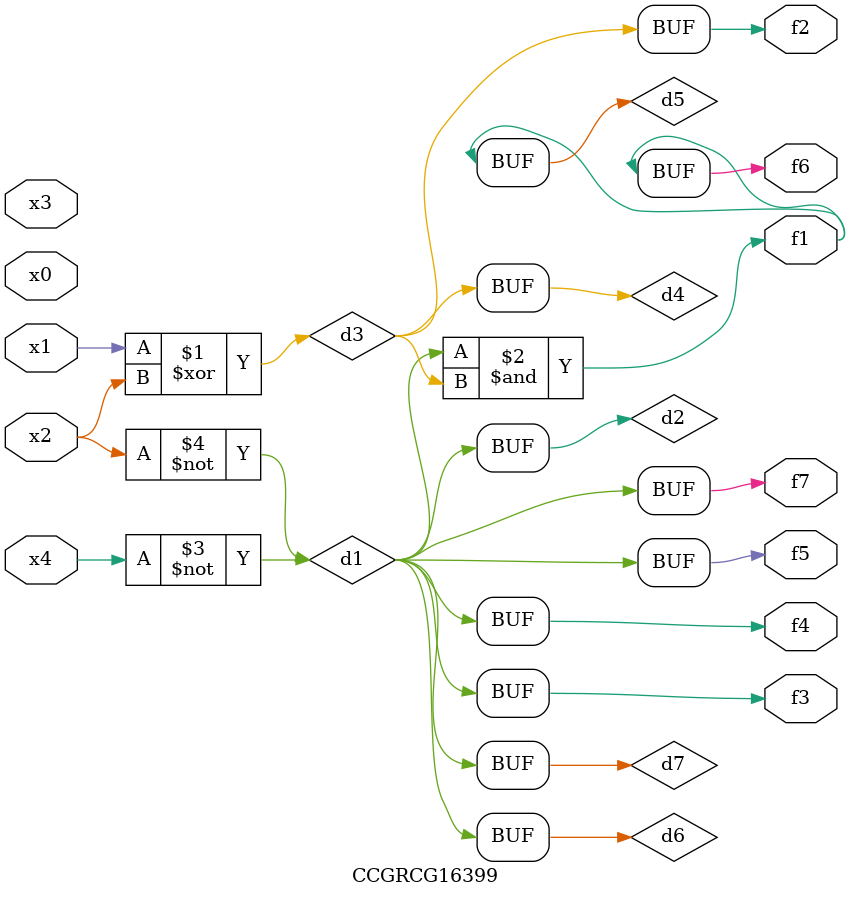
<source format=v>
module CCGRCG16399(
	input x0, x1, x2, x3, x4,
	output f1, f2, f3, f4, f5, f6, f7
);

	wire d1, d2, d3, d4, d5, d6, d7;

	not (d1, x4);
	not (d2, x2);
	xor (d3, x1, x2);
	buf (d4, d3);
	and (d5, d1, d3);
	buf (d6, d1, d2);
	buf (d7, d2);
	assign f1 = d5;
	assign f2 = d4;
	assign f3 = d7;
	assign f4 = d7;
	assign f5 = d7;
	assign f6 = d5;
	assign f7 = d7;
endmodule

</source>
